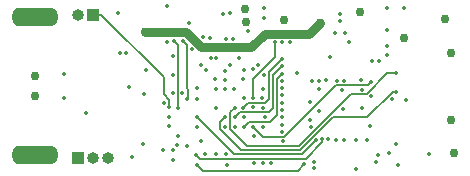
<source format=gbr>
G04 #@! TF.GenerationSoftware,KiCad,Pcbnew,(5.1.5)-3*
G04 #@! TF.CreationDate,2020-07-15T21:49:10-07:00*
G04 #@! TF.ProjectId,MiniDAQ,4d696e69-4441-4512-9e6b-696361645f70,rev?*
G04 #@! TF.SameCoordinates,Original*
G04 #@! TF.FileFunction,Copper,L4,Inr*
G04 #@! TF.FilePolarity,Positive*
%FSLAX46Y46*%
G04 Gerber Fmt 4.6, Leading zero omitted, Abs format (unit mm)*
G04 Created by KiCad (PCBNEW (5.1.5)-3) date 2020-07-15 21:49:10*
%MOMM*%
%LPD*%
G04 APERTURE LIST*
%ADD10O,1.000000X1.000000*%
%ADD11R,1.000000X1.000000*%
%ADD12O,4.000000X1.600000*%
%ADD13C,0.350000*%
%ADD14C,0.762000*%
%ADD15C,0.203200*%
%ADD16C,0.762000*%
G04 APERTURE END LIST*
D10*
X93864600Y-123603000D03*
X92594600Y-123603000D03*
D11*
X91324600Y-123603000D03*
D10*
X91324600Y-111436400D03*
D11*
X92594600Y-111436400D03*
D12*
X87666200Y-123350000D03*
X87666200Y-111650000D03*
D13*
X114884200Y-122047000D03*
X111709200Y-119634000D03*
X115341400Y-117779800D03*
X113690400Y-117805200D03*
X111734600Y-117754400D03*
X113944400Y-112979200D03*
X113055400Y-112979200D03*
X107111800Y-110871000D03*
X107086400Y-111709200D03*
X113538000Y-111404400D03*
X113538000Y-111963200D03*
X117500400Y-112699800D03*
X117525800Y-110871000D03*
D14*
X122885200Y-114675400D03*
X122885200Y-120325400D03*
X105435400Y-110947200D03*
D13*
X98882200Y-110718600D03*
X100736400Y-112141000D03*
X102463600Y-113411000D03*
D14*
X87706200Y-116636800D03*
D13*
X117678200Y-123190000D03*
X111328200Y-124383800D03*
X113157000Y-122047000D03*
X114858800Y-124510800D03*
X115786400Y-122059200D03*
X119126000Y-118643400D03*
X117500400Y-114071400D03*
X117906800Y-118592600D03*
X113728500Y-119418100D03*
X115362800Y-119358600D03*
X113868200Y-117017800D03*
X106553000Y-115722400D03*
X109846828Y-116414800D03*
X106209000Y-121745000D03*
X107123400Y-120123200D03*
X106922651Y-118519200D03*
X103846800Y-113468400D03*
X103034000Y-115094000D03*
X101408400Y-118548400D03*
X98868400Y-113773200D03*
X99365200Y-118110200D03*
X96938000Y-118142000D03*
X96811000Y-122409200D03*
X99732000Y-122460000D03*
X108698200Y-122180600D03*
X102094200Y-123250190D03*
X103923000Y-124161800D03*
X92010400Y-119767600D03*
X114286200Y-113773200D03*
X100999210Y-114382800D03*
X115290600Y-116967000D03*
X110972600Y-120345200D03*
D14*
X118897400Y-113411000D03*
D13*
X101904800Y-113360200D03*
X111328200Y-123901200D03*
X118237000Y-122402600D03*
X113284000Y-117017800D03*
X117449600Y-114884200D03*
X104470200Y-113461800D03*
X105701000Y-112808000D03*
X112482800Y-121935212D03*
X111072996Y-120978996D03*
X106996400Y-117735600D03*
X104165200Y-115710200D03*
X99353790Y-114941600D03*
X95642600Y-117557800D03*
X101765200Y-122110200D03*
X99365200Y-123710200D03*
X102983200Y-123250190D03*
X112355800Y-116973600D03*
X118401000Y-124136400D03*
X94677410Y-111334800D03*
X116738400Y-123291600D03*
X116128800Y-118364000D03*
X113856000Y-122047000D03*
X116027200Y-120853200D03*
X116556200Y-123901200D03*
X110998000Y-118846600D03*
D14*
X105537000Y-112090200D03*
D13*
X118922800Y-110845600D03*
D14*
X123190000Y-123190000D03*
X108788200Y-111912400D03*
X122377200Y-111836200D03*
X115214400Y-111226600D03*
D13*
X101765200Y-115710200D03*
X98565200Y-118910200D03*
X98547600Y-122910600D03*
X98995400Y-120885200D03*
X98995400Y-120097800D03*
X100519400Y-118548400D03*
X100189200Y-113646200D03*
X99427200Y-113671600D03*
X99782800Y-119310398D03*
X101375800Y-120929400D03*
D14*
X111785400Y-112115600D03*
D13*
X106971000Y-120926600D03*
X107000800Y-119310400D03*
X104939000Y-115094000D03*
X101357600Y-117659400D03*
X99353790Y-116516400D03*
X97090400Y-116160800D03*
X95871200Y-123501400D03*
X100544800Y-122536200D03*
X103821400Y-123250190D03*
X102551400Y-115094000D03*
D14*
X96988800Y-112935000D03*
D13*
X107656800Y-124006600D03*
D14*
X87706200Y-118364000D03*
D13*
X121080800Y-123240800D03*
X116115000Y-117126000D03*
X106132800Y-120932200D03*
X99757408Y-121723400D03*
X100163800Y-118110200D03*
X99365200Y-122910200D03*
X108619200Y-121412000D03*
X102184200Y-116128800D03*
X102971600Y-117729000D03*
X108614800Y-120751600D03*
X102971600Y-119303800D03*
X108614800Y-120116600D03*
X102920800Y-116916200D03*
X108614800Y-119507000D03*
X103759000Y-116941600D03*
X108619200Y-118897400D03*
X104546400Y-117729000D03*
X108614800Y-118262400D03*
X103809800Y-116179600D03*
X108610400Y-117652800D03*
X105333800Y-116916200D03*
X108614800Y-117043200D03*
X116230400Y-115392200D03*
X103592800Y-111360200D03*
X116789200Y-115392200D03*
X104177000Y-111334800D03*
X105333800Y-119329200D03*
X108614800Y-115214400D03*
X112635200Y-115043200D03*
X105359200Y-120926600D03*
X108619200Y-116433600D03*
X104597200Y-120142000D03*
X108614800Y-115824000D03*
X111099600Y-117043200D03*
X111734600Y-117043200D03*
X104597200Y-120926600D03*
X103733600Y-120932200D03*
X99046200Y-119285000D03*
X90119200Y-118516400D03*
X95425000Y-114681000D03*
X90119200Y-116484400D03*
X94871800Y-114681000D03*
X118262400Y-117983000D03*
X103784400Y-120091200D03*
X118262400Y-116408200D03*
X104608800Y-119310400D03*
X105384600Y-116128800D03*
X106146600Y-118513600D03*
X108000800Y-113715800D03*
X108610400Y-113715788D03*
X109245400Y-113715800D03*
X106172000Y-116078000D03*
X107111800Y-116538000D03*
X105359200Y-118513600D03*
X103756200Y-117729000D03*
X111484393Y-122080837D03*
X101383000Y-120123200D03*
X110474295Y-124108210D03*
X101357600Y-124136400D03*
X101332200Y-123323600D03*
X111985821Y-122005050D03*
X105345400Y-120123200D03*
X106183600Y-124009400D03*
X106158200Y-119301000D03*
X106996400Y-124006600D03*
D15*
X100519400Y-113976400D02*
X100189200Y-113646200D01*
X100519400Y-117684800D02*
X100519400Y-113976400D01*
X100519400Y-118548400D02*
X100621000Y-118446800D01*
X100621000Y-117786400D02*
X100519400Y-117684800D01*
X100621000Y-118446800D02*
X100621000Y-117786400D01*
X99757400Y-119284998D02*
X99782800Y-119310398D01*
X99427200Y-113671600D02*
X99757400Y-114001800D01*
X99757400Y-114001800D02*
X99757400Y-119284998D01*
D16*
X101769260Y-114205000D02*
X100499260Y-112935000D01*
X107127213Y-113058187D02*
X105980400Y-114205000D01*
X105980400Y-114205000D02*
X101769260Y-114205000D01*
X97527615Y-112935000D02*
X96988800Y-112935000D01*
X110842813Y-113058187D02*
X107127213Y-113058187D01*
X111785400Y-112115600D02*
X110842813Y-113058187D01*
X100499260Y-112935000D02*
X97527615Y-112935000D01*
D15*
X116115000Y-117126000D02*
X115844999Y-117396001D01*
X113194937Y-117396001D02*
X108800737Y-121790201D01*
X108800737Y-121790201D02*
X106990801Y-121790201D01*
X115844999Y-117396001D02*
X113194937Y-117396001D01*
X106990801Y-121790201D02*
X106132800Y-120932200D01*
X107518200Y-116311000D02*
X108614800Y-115214400D01*
X107180800Y-118922800D02*
X107518200Y-118585400D01*
X105333800Y-119329200D02*
X105740200Y-118922800D01*
X107518200Y-118585400D02*
X107518200Y-116311000D01*
X105740200Y-118922800D02*
X107180800Y-118922800D01*
X108153200Y-116899600D02*
X108619200Y-116433600D01*
X108153200Y-119938800D02*
X108153200Y-116899600D01*
X105536999Y-120751601D02*
X105765600Y-120523000D01*
X105534199Y-120751601D02*
X105536999Y-120751601D01*
X105359200Y-120926600D02*
X105534199Y-120751601D01*
X107569000Y-120523000D02*
X108153200Y-119938800D01*
X105765600Y-120523000D02*
X107569000Y-120523000D01*
X107492800Y-119710200D02*
X107848400Y-119354600D01*
X107848400Y-116590400D02*
X108614800Y-115824000D01*
X107848400Y-119354600D02*
X107848400Y-116590400D01*
X104597200Y-120142000D02*
X105029000Y-119710200D01*
X105029000Y-119710200D02*
X107492800Y-119710200D01*
X99046200Y-118675400D02*
X99046200Y-119285000D01*
X98563600Y-118192800D02*
X99046200Y-118675400D01*
X98563600Y-116702200D02*
X98563600Y-118192800D01*
X92594600Y-111436400D02*
X93297800Y-111436400D01*
X93297800Y-111436400D02*
X98563600Y-116702200D01*
X118014913Y-117983000D02*
X118262400Y-117983000D01*
X117956662Y-117983000D02*
X118014913Y-117983000D01*
X112894728Y-120123200D02*
X115816462Y-120123200D01*
X103355399Y-120520201D02*
X103355399Y-121113737D01*
X103784400Y-120091200D02*
X103355399Y-120520201D01*
X105158862Y-122917200D02*
X110100728Y-122917200D01*
X103355399Y-121113737D02*
X105158862Y-122917200D01*
X115816462Y-120123200D02*
X117956662Y-117983000D01*
X110100728Y-122917200D02*
X112894728Y-120123200D01*
X118014913Y-116408200D02*
X118262400Y-116408200D01*
X117524862Y-116408200D02*
X118014913Y-116408200D01*
X115775061Y-118158001D02*
X117524862Y-116408200D01*
X104218999Y-119700201D02*
X104218999Y-121108137D01*
X104218999Y-121108137D02*
X105672462Y-122561600D01*
X114428861Y-118158001D02*
X115775061Y-118158001D01*
X104608800Y-119310400D02*
X104218999Y-119700201D01*
X105672462Y-122561600D02*
X110025262Y-122561600D01*
X110025262Y-122561600D02*
X114428861Y-118158001D01*
X108000800Y-115011200D02*
X108000800Y-113963287D01*
X106146600Y-116865400D02*
X108000800Y-115011200D01*
X106146600Y-118513600D02*
X106146600Y-116865400D01*
X108000800Y-113963287D02*
X108000800Y-113715800D01*
X101557999Y-120298199D02*
X101383000Y-120123200D01*
X104532600Y-123272800D02*
X101557999Y-120298199D01*
X111484393Y-122080837D02*
X110292430Y-123272800D01*
X110292430Y-123272800D02*
X104532600Y-123272800D01*
X109938105Y-124644400D02*
X110474295Y-124108210D01*
X101357600Y-124136400D02*
X101865600Y-124644400D01*
X101865600Y-124644400D02*
X109938105Y-124644400D01*
X101507199Y-123498599D02*
X101332200Y-123323600D01*
X101637000Y-123628400D02*
X101507199Y-123498599D01*
X111985821Y-122005050D02*
X111985821Y-122252537D01*
X111985821Y-122252537D02*
X110609958Y-123628400D01*
X110609958Y-123628400D02*
X101637000Y-123628400D01*
M02*

</source>
